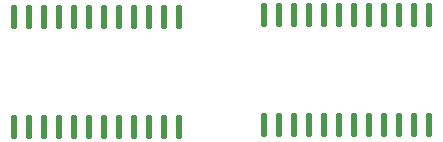
<source format=gbr>
%TF.GenerationSoftware,KiCad,Pcbnew,7.0.6-0*%
%TF.CreationDate,2023-07-30T18:46:11+02:00*%
%TF.ProjectId,pico_vga,7069636f-5f76-4676-912e-6b696361645f,v1.0*%
%TF.SameCoordinates,Original*%
%TF.FileFunction,Paste,Top*%
%TF.FilePolarity,Positive*%
%FSLAX46Y46*%
G04 Gerber Fmt 4.6, Leading zero omitted, Abs format (unit mm)*
G04 Created by KiCad (PCBNEW 7.0.6-0) date 2023-07-30 18:46:11*
%MOMM*%
%LPD*%
G01*
G04 APERTURE LIST*
G04 Aperture macros list*
%AMRoundRect*
0 Rectangle with rounded corners*
0 $1 Rounding radius*
0 $2 $3 $4 $5 $6 $7 $8 $9 X,Y pos of 4 corners*
0 Add a 4 corners polygon primitive as box body*
4,1,4,$2,$3,$4,$5,$6,$7,$8,$9,$2,$3,0*
0 Add four circle primitives for the rounded corners*
1,1,$1+$1,$2,$3*
1,1,$1+$1,$4,$5*
1,1,$1+$1,$6,$7*
1,1,$1+$1,$8,$9*
0 Add four rect primitives between the rounded corners*
20,1,$1+$1,$2,$3,$4,$5,0*
20,1,$1+$1,$4,$5,$6,$7,0*
20,1,$1+$1,$6,$7,$8,$9,0*
20,1,$1+$1,$8,$9,$2,$3,0*%
G04 Aperture macros list end*
%ADD10RoundRect,0.137500X0.137500X-0.862500X0.137500X0.862500X-0.137500X0.862500X-0.137500X-0.862500X0*%
G04 APERTURE END LIST*
D10*
%TO.C,U2*%
X96521000Y-124944000D03*
X97791000Y-124944000D03*
X99061000Y-124944000D03*
X100331000Y-124944000D03*
X101601000Y-124944000D03*
X102871000Y-124944000D03*
X104141000Y-124944000D03*
X105411000Y-124944000D03*
X106681000Y-124944000D03*
X107951000Y-124944000D03*
X109221000Y-124944000D03*
X110491000Y-124944000D03*
X110491000Y-134244000D03*
X109221000Y-134244000D03*
X107951000Y-134244000D03*
X106681000Y-134244000D03*
X105411000Y-134244000D03*
X104141000Y-134244000D03*
X102871000Y-134244000D03*
X101601000Y-134244000D03*
X100331000Y-134244000D03*
X99061000Y-134244000D03*
X97791000Y-134244000D03*
X96521000Y-134244000D03*
%TD*%
%TO.C,U4*%
X117730000Y-124817000D03*
X119000000Y-124817000D03*
X120270000Y-124817000D03*
X121540000Y-124817000D03*
X122810000Y-124817000D03*
X124080000Y-124817000D03*
X125350000Y-124817000D03*
X126620000Y-124817000D03*
X127890000Y-124817000D03*
X129160000Y-124817000D03*
X130430000Y-124817000D03*
X131700000Y-124817000D03*
X131700000Y-134117000D03*
X130430000Y-134117000D03*
X129160000Y-134117000D03*
X127890000Y-134117000D03*
X126620000Y-134117000D03*
X125350000Y-134117000D03*
X124080000Y-134117000D03*
X122810000Y-134117000D03*
X121540000Y-134117000D03*
X120270000Y-134117000D03*
X119000000Y-134117000D03*
X117730000Y-134117000D03*
%TD*%
M02*

</source>
